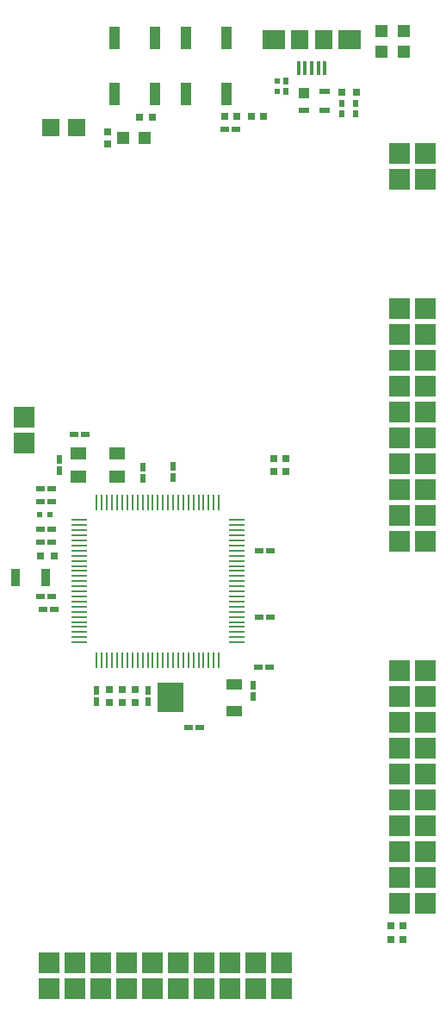
<source format=gtp>
%FSLAX43Y43*%
%MOMM*%
G71*
G01*
G75*
G04 Layer_Color=8421504*
%ADD10R,1.000X2.250*%
%ADD11R,0.800X0.650*%
%ADD12R,1.200X1.200*%
%ADD13R,1.200X1.200*%
%ADD14R,0.500X0.650*%
%ADD15R,0.700X0.700*%
%ADD16R,0.550X0.600*%
%ADD17R,0.650X0.800*%
%ADD18R,0.900X0.600*%
%ADD19R,0.600X0.900*%
%ADD20R,0.762X0.762*%
%ADD21R,0.950X1.750*%
%ADD22R,1.000X0.950*%
%ADD23R,1.600X1.300*%
%ADD24R,0.600X0.500*%
%ADD25R,1.100X1.000*%
%ADD26R,1.100X0.600*%
%ADD27R,0.254X1.524*%
%ADD28R,0.254X1.524*%
%ADD29R,1.524X0.254*%
%ADD30R,1.524X0.254*%
%ADD31R,1.524X0.254*%
%ADD32R,0.254X1.524*%
%ADD33R,1.524X0.254*%
%ADD34R,1.524X0.254*%
%ADD35R,0.254X1.524*%
%ADD36R,0.254X1.524*%
%ADD37R,0.254X1.524*%
%ADD38R,1.600X1.000*%
%ADD39R,2.500X3.000*%
%ADD40R,0.400X1.400*%
%ADD41R,2.300X1.900*%
%ADD42R,1.775X1.900*%
%ADD43C,0.125*%
%ADD44C,0.150*%
%ADD45C,0.175*%
%ADD46C,0.200*%
%ADD47C,0.180*%
%ADD48C,0.300*%
%ADD49R,0.900X0.300*%
%ADD50C,3.600*%
%ADD51R,1.700X1.700*%
%ADD52C,1.700*%
%ADD53R,1.700X1.700*%
%ADD54C,0.350*%
%ADD55C,0.380*%
%ADD56C,0.550*%
%ADD57C,0.500*%
G04:AMPARAMS|DCode=58|XSize=4.224mm|YSize=4.224mm|CornerRadius=0mm|HoleSize=0mm|Usage=FLASHONLY|Rotation=0.000|XOffset=0mm|YOffset=0mm|HoleType=Round|Shape=Relief|Width=0.254mm|Gap=0.254mm|Entries=4|*
%AMTHD58*
7,0,0,4.224,3.716,0.254,45*
%
%ADD58THD58*%
%ADD59C,1.400*%
G04:AMPARAMS|DCode=60|XSize=2.524mm|YSize=2.524mm|CornerRadius=0mm|HoleSize=0mm|Usage=FLASHONLY|Rotation=0.000|XOffset=0mm|YOffset=0mm|HoleType=Round|Shape=Relief|Width=0.254mm|Gap=0.254mm|Entries=4|*
%AMTHD60*
7,0,0,2.524,2.016,0.254,45*
%
%ADD60THD60*%
%ADD61C,0.650*%
%ADD62C,3.100*%
%ADD63C,0.800*%
%ADD64R,1.300X0.600*%
%ADD65C,1.270*%
%ADD66R,0.650X0.500*%
%ADD67R,0.762X0.762*%
%ADD68R,0.350X0.850*%
%ADD69C,0.280*%
%ADD70R,0.600X0.250*%
%ADD71R,1.600X1.500*%
%ADD72R,1.300X1.600*%
%ADD73C,0.254*%
%ADD74C,0.250*%
%ADD75C,0.100*%
%ADD76C,0.229*%
%ADD77C,0.112*%
%ADD78R,2.100X2.100*%
%ADD79R,2.100X2.100*%
%ADD80R,1.700X1.700*%
D10*
X-31000Y-7650D02*
D03*
Y-2150D02*
D03*
X-35000D02*
D03*
Y-7650D02*
D03*
X-24000D02*
D03*
Y-2150D02*
D03*
X-28000D02*
D03*
Y-7650D02*
D03*
D11*
X-21525Y-9900D02*
D03*
X-20325D02*
D03*
X-22975D02*
D03*
X-24175D02*
D03*
X-7825Y-89350D02*
D03*
X-6625D02*
D03*
X-7825Y-90700D02*
D03*
X-6625D02*
D03*
X-19314Y-43460D02*
D03*
X-18114D02*
D03*
X-19314Y-44785D02*
D03*
X-18114D02*
D03*
X-32500Y-9975D02*
D03*
X-31300D02*
D03*
D12*
X-6500Y-3550D02*
D03*
Y-1450D02*
D03*
X-8750Y-3550D02*
D03*
Y-1450D02*
D03*
D13*
X-32050Y-12000D02*
D03*
X-34150D02*
D03*
D14*
X-18100Y-7375D02*
D03*
Y-6425D02*
D03*
X-12600Y-8625D02*
D03*
Y-9575D02*
D03*
X-11300Y-8625D02*
D03*
Y-9575D02*
D03*
D15*
X-12600Y-7500D02*
D03*
X-11200D02*
D03*
D16*
X-19000Y-6400D02*
D03*
Y-7400D02*
D03*
D17*
X-35675Y-11350D02*
D03*
Y-12550D02*
D03*
X-34250Y-66200D02*
D03*
Y-67400D02*
D03*
X-32975Y-66200D02*
D03*
Y-67400D02*
D03*
X-35525Y-66200D02*
D03*
Y-67400D02*
D03*
D18*
X-42248Y-46400D02*
D03*
X-41148D02*
D03*
X-42248Y-47700D02*
D03*
X-41148D02*
D03*
X-19650Y-52525D02*
D03*
X-20750D02*
D03*
X-42248Y-51700D02*
D03*
X-41148D02*
D03*
X-42248Y-57050D02*
D03*
X-41148D02*
D03*
X-42025Y-58300D02*
D03*
X-40925D02*
D03*
X-19650Y-59025D02*
D03*
X-20750D02*
D03*
X-19750Y-64000D02*
D03*
X-20850D02*
D03*
X-42248Y-50450D02*
D03*
X-41148D02*
D03*
X-38950Y-41100D02*
D03*
X-37850D02*
D03*
X-27725Y-69875D02*
D03*
X-26625D02*
D03*
X-24125Y-11150D02*
D03*
X-23025D02*
D03*
D19*
X-32200Y-44300D02*
D03*
Y-45400D02*
D03*
X-29200Y-44250D02*
D03*
Y-45350D02*
D03*
X-36800Y-67325D02*
D03*
Y-66225D02*
D03*
X-31725Y-67350D02*
D03*
Y-66250D02*
D03*
X-40400Y-43600D02*
D03*
Y-44700D02*
D03*
X-21325Y-66800D02*
D03*
Y-65700D02*
D03*
D20*
X-42297Y-53075D02*
D03*
X-40900D02*
D03*
D21*
X-41775Y-55150D02*
D03*
X-44725D02*
D03*
D23*
X-34750Y-42950D02*
D03*
X-38550D02*
D03*
Y-45250D02*
D03*
X-34750D02*
D03*
D24*
X-42373Y-49000D02*
D03*
X-41323Y-49000D02*
D03*
D25*
X-16400Y-7600D02*
D03*
D26*
Y-9300D02*
D03*
X-14300D02*
D03*
Y-7400D02*
D03*
D27*
X-24725Y-47765D02*
D03*
X-34225D02*
D03*
X-35225D02*
D03*
X-30725Y-47765D02*
D03*
X-36725Y-47765D02*
D03*
X-26225D02*
D03*
X-35725D02*
D03*
X-29725Y-47765D02*
D03*
Y-63275D02*
D03*
X-25225Y-47765D02*
D03*
X-30725Y-63275D02*
D03*
X-25725Y-63275D02*
D03*
X-28225D02*
D03*
X-33225D02*
D03*
X-36225Y-47765D02*
D03*
D28*
X-29225Y-47765D02*
D03*
X-28725D02*
D03*
X-33725D02*
D03*
X-31725D02*
D03*
X-30225D02*
D03*
X-26725D02*
D03*
Y-63275D02*
D03*
X-33725D02*
D03*
X-34225Y-63275D02*
D03*
X-26225D02*
D03*
X-34725Y-47765D02*
D03*
X-24725Y-63275D02*
D03*
X-35225D02*
D03*
X-36725D02*
D03*
X-35725D02*
D03*
X-36225D02*
D03*
X-34725Y-63275D02*
D03*
X-28725D02*
D03*
X-29225D02*
D03*
X-27225Y-63275D02*
D03*
X-32725Y-63275D02*
D03*
Y-47765D02*
D03*
X-30225Y-63275D02*
D03*
X-32225D02*
D03*
X-31225Y-47765D02*
D03*
X-32225D02*
D03*
X-31225Y-63275D02*
D03*
X-27725Y-47765D02*
D03*
X-25225Y-63275D02*
D03*
D29*
X-38480Y-53020D02*
D03*
X-38480Y-56520D02*
D03*
X-38480Y-61020D02*
D03*
X-22970Y-52020D02*
D03*
Y-53020D02*
D03*
X-38480Y-60520D02*
D03*
X-22970Y-58520D02*
D03*
X-22970Y-58020D02*
D03*
X-38480Y-58520D02*
D03*
X-22970Y-61020D02*
D03*
X-38480Y-51020D02*
D03*
Y-52020D02*
D03*
Y-58020D02*
D03*
Y-49520D02*
D03*
X-22970Y-51020D02*
D03*
X-22970Y-56520D02*
D03*
X-22970Y-49520D02*
D03*
D30*
X-38480Y-52520D02*
D03*
Y-51520D02*
D03*
Y-54020D02*
D03*
Y-56020D02*
D03*
Y-57520D02*
D03*
X-22970Y-50520D02*
D03*
X-22970Y-51520D02*
D03*
Y-54020D02*
D03*
Y-57520D02*
D03*
Y-56020D02*
D03*
D31*
X-38480Y-50520D02*
D03*
X-22970Y-60520D02*
D03*
D32*
X-33225Y-47765D02*
D03*
X-27725Y-63275D02*
D03*
X-28225Y-47765D02*
D03*
D33*
X-38480Y-53520D02*
D03*
X-22970D02*
D03*
Y-57020D02*
D03*
X-22970Y-59020D02*
D03*
X-38480Y-60020D02*
D03*
X-38480Y-59520D02*
D03*
X-22970Y-50020D02*
D03*
X-38480Y-61520D02*
D03*
X-38480Y-55020D02*
D03*
X-22970Y-59520D02*
D03*
X-22970Y-60020D02*
D03*
X-22970Y-54520D02*
D03*
X-38480Y-55520D02*
D03*
Y-57020D02*
D03*
X-38480Y-50020D02*
D03*
X-22970Y-55520D02*
D03*
X-38480Y-54520D02*
D03*
X-22970Y-55020D02*
D03*
X-22970Y-61520D02*
D03*
D34*
X-22970Y-52520D02*
D03*
X-38480Y-59020D02*
D03*
D35*
X-27225Y-47765D02*
D03*
D36*
X-25725D02*
D03*
D37*
X-31725Y-63275D02*
D03*
D38*
X-23250Y-65650D02*
D03*
Y-68250D02*
D03*
D39*
X-29500Y-66950D02*
D03*
D40*
X-14300Y-5150D02*
D03*
X-14950D02*
D03*
X-15600D02*
D03*
X-16250D02*
D03*
X-16900D02*
D03*
D41*
X-11850Y-2300D02*
D03*
X-19350D02*
D03*
D42*
X-14438D02*
D03*
X-16763D02*
D03*
D78*
X-18570Y-93030D02*
D03*
X-41430Y-95570D02*
D03*
Y-93030D02*
D03*
X-38890Y-95570D02*
D03*
Y-93030D02*
D03*
X-36350Y-95570D02*
D03*
Y-93030D02*
D03*
X-33810Y-95570D02*
D03*
Y-93030D02*
D03*
X-31270Y-95570D02*
D03*
Y-93030D02*
D03*
X-18570Y-95570D02*
D03*
X-21110Y-93030D02*
D03*
Y-95570D02*
D03*
X-23650Y-93030D02*
D03*
Y-95570D02*
D03*
X-26190Y-93030D02*
D03*
Y-95570D02*
D03*
X-28730Y-93030D02*
D03*
Y-95570D02*
D03*
D79*
X-4430Y-38890D02*
D03*
X-6970D02*
D03*
X-4430Y-36350D02*
D03*
X-6970D02*
D03*
X-4430Y-33810D02*
D03*
X-6970D02*
D03*
X-4430Y-31270D02*
D03*
X-6970D02*
D03*
X-4430Y-28730D02*
D03*
X-6970Y-41430D02*
D03*
X-4430D02*
D03*
X-6970Y-43970D02*
D03*
X-4430D02*
D03*
X-6970Y-46510D02*
D03*
X-4430D02*
D03*
X-6970Y-49050D02*
D03*
X-4430D02*
D03*
X-6970Y-51590D02*
D03*
X-4430D02*
D03*
X-6970Y-28730D02*
D03*
X-4430Y-74450D02*
D03*
X-6970D02*
D03*
X-4430Y-71910D02*
D03*
X-6970D02*
D03*
X-4430Y-69370D02*
D03*
X-6970D02*
D03*
X-4430Y-66830D02*
D03*
X-6970D02*
D03*
X-4430Y-64290D02*
D03*
X-6970Y-76990D02*
D03*
X-4430D02*
D03*
X-6970Y-79530D02*
D03*
X-4430D02*
D03*
X-6970Y-82070D02*
D03*
X-4430D02*
D03*
X-6970Y-84610D02*
D03*
X-4430D02*
D03*
X-6970Y-87150D02*
D03*
X-4430D02*
D03*
X-6970Y-64290D02*
D03*
X-4430Y-16030D02*
D03*
X-6970D02*
D03*
X-4430Y-13490D02*
D03*
X-6970D02*
D03*
X-43848Y-39410D02*
D03*
Y-41950D02*
D03*
D80*
X-38730Y-10950D02*
D03*
X-41270D02*
D03*
M02*

</source>
